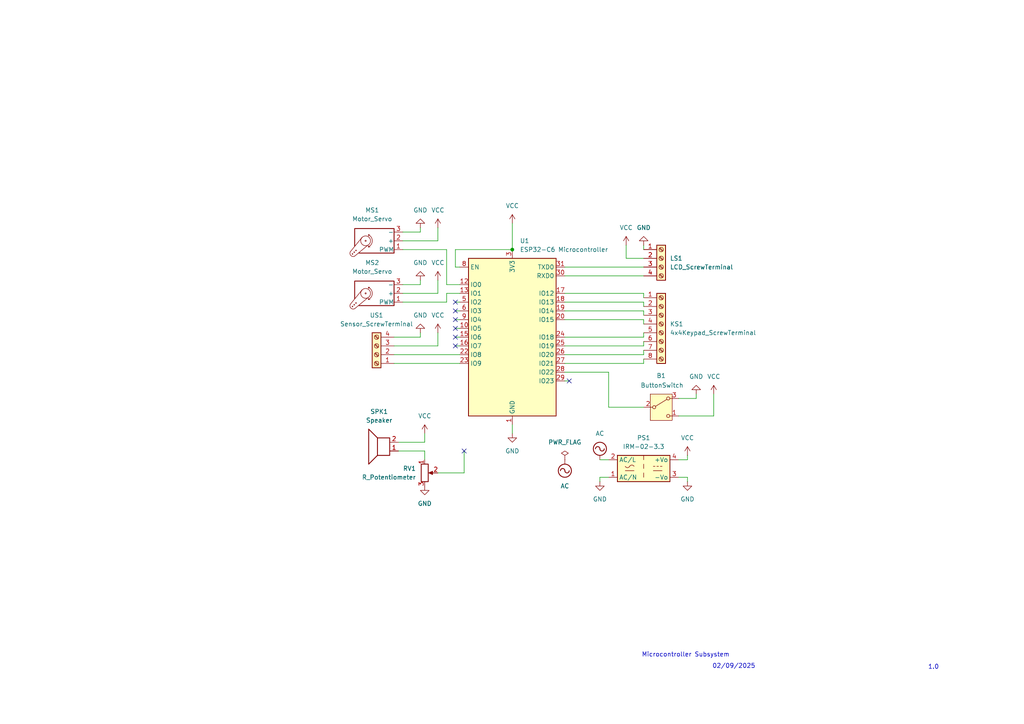
<source format=kicad_sch>
(kicad_sch (version 20231120) (generator "eeschema") (generator_version "8.0")
  (paper "A4")
  (lib_symbols
    (symbol "Connector:Screw_Terminal_01x04" (pin_names (offset 1.016) hide)
      (property "Reference" "J" (at 0 5.08 0))
      (property "Value" "Screw_Terminal_01x04" (at 0 -7.62 0))
      (symbol "Screw_Terminal_01x04_1_1"
        (rectangle (start -1.27 3.81) (end 1.27 -6.35) (stroke (width 0.254)) (fill (type background)))
        (circle (center 0 -5.08) (radius 0.635) (stroke (width 0.1524)))
        (circle (center 0 -2.54) (radius 0.635) (stroke (width 0.1524)))
        (polyline (pts (xy -0.5334 -4.7498) (xy 0.3302 -5.588)) (stroke (width 0.1524)))
        (polyline (pts (xy -0.5334 -2.2098) (xy 0.3302 -3.048)) (stroke (width 0.1524)))
        (polyline (pts (xy -0.5334 0.3302) (xy 0.3302 -0.508)) (stroke (width 0.1524)))
        (polyline (pts (xy -0.5334 2.8702) (xy 0.3302 2.032)) (stroke (width 0.1524)))
        (polyline (pts (xy -0.3556 -4.572) (xy 0.508 -5.4102)) (stroke (width 0.1524)))
        (polyline (pts (xy -0.3556 -2.032) (xy 0.508 -2.8702)) (stroke (width 0.1524)))
        (polyline (pts (xy -0.3556 0.508) (xy 0.508 -0.3302)) (stroke (width 0.1524)))
        (polyline (pts (xy -0.3556 3.048) (xy 0.508 2.2098)) (stroke (width 0.1524)))
        (circle (center 0 0) (radius 0.635) (stroke (width 0.1524)))
        (circle (center 0 2.54) (radius 0.635) (stroke (width 0.1524)))
        (pin passive line (at -5.08 2.54 0) (length 3.81) (name "Pin_1") (number "1"))
        (pin passive line (at -5.08 0 0) (length 3.81) (name "Pin_2") (number "2"))
        (pin passive line (at -5.08 -2.54 0) (length 3.81) (name "Pin_3") (number "3"))
        (pin passive line (at -5.08 -5.08 0) (length 3.81) (name "Pin_4") (number "4"))
      )
    )
    (symbol "Connector:Screw_Terminal_01x08" (pin_names (offset 1.016) hide)
      (property "Reference" "J" (at 0 10.16 0))
      (property "Value" "Screw_Terminal_01x08" (at 0 -12.7 0))
      (symbol "Screw_Terminal_01x08_1_1"
        (rectangle (start -1.27 8.89) (end 1.27 -11.43) (stroke (width 0.254)) (fill (type background)))
        (circle (center 0 -10.16) (radius 0.635) (stroke (width 0.1524)))
        (circle (center 0 -7.62) (radius 0.635) (stroke (width 0.1524)))
        (circle (center 0 -5.08) (radius 0.635) (stroke (width 0.1524)))
        (circle (center 0 -2.54) (radius 0.635) (stroke (width 0.1524)))
        (polyline (pts (xy -0.5334 -9.8298) (xy 0.3302 -10.668)) (stroke (width 0.1524)))
        (polyline (pts (xy -0.5334 -7.2898) (xy 0.3302 -8.128)) (stroke (width 0.1524)))
        (polyline (pts (xy -0.5334 -4.7498) (xy 0.3302 -5.588)) (stroke (width 0.1524)))
        (polyline (pts (xy -0.5334 -2.2098) (xy 0.3302 -3.048)) (stroke (width 0.1524)))
        (polyline (pts (xy -0.5334 0.3302) (xy 0.3302 -0.508)) (stroke (width 0.1524)))
        (polyline (pts (xy -0.5334 2.8702) (xy 0.3302 2.032)) (stroke (width 0.1524)))
        (polyline (pts (xy -0.5334 5.4102) (xy 0.3302 4.572)) (stroke (width 0.1524)))
        (polyline (pts (xy -0.5334 7.9502) (xy 0.3302 7.112)) (stroke (width 0.1524)))
        (polyline (pts (xy -0.3556 -9.652) (xy 0.508 -10.4902)) (stroke (width 0.1524)))
        (polyline (pts (xy -0.3556 -7.112) (xy 0.508 -7.9502)) (stroke (width 0.1524)))
        (polyline (pts (xy -0.3556 -4.572) (xy 0.508 -5.4102)) (stroke (width 0.1524)))
        (polyline (pts (xy -0.3556 -2.032) (xy 0.508 -2.8702)) (stroke (width 0.1524)))
        (polyline (pts (xy -0.3556 0.508) (xy 0.508 -0.3302)) (stroke (width 0.1524)))
        (polyline (pts (xy -0.3556 3.048) (xy 0.508 2.2098)) (stroke (width 0.1524)))
        (polyline (pts (xy -0.3556 5.588) (xy 0.508 4.7498)) (stroke (width 0.1524)))
        (polyline (pts (xy -0.3556 8.128) (xy 0.508 7.2898)) (stroke (width 0.1524)))
        (circle (center 0 0) (radius 0.635) (stroke (width 0.1524)))
        (circle (center 0 2.54) (radius 0.635) (stroke (width 0.1524)))
        (circle (center 0 5.08) (radius 0.635) (stroke (width 0.1524)))
        (circle (center 0 7.62) (radius 0.635) (stroke (width 0.1524)))
        (pin passive line (at -5.08 7.62 0) (length 3.81) (name "Pin_1") (number "1"))
        (pin passive line (at -5.08 5.08 0) (length 3.81) (name "Pin_2") (number "2"))
        (pin passive line (at -5.08 2.54 0) (length 3.81) (name "Pin_3") (number "3"))
        (pin passive line (at -5.08 0 0) (length 3.81) (name "Pin_4") (number "4"))
        (pin passive line (at -5.08 -2.54 0) (length 3.81) (name "Pin_5") (number "5"))
        (pin passive line (at -5.08 -5.08 0) (length 3.81) (name "Pin_6") (number "6"))
        (pin passive line (at -5.08 -7.62 0) (length 3.81) (name "Pin_7") (number "7"))
        (pin passive line (at -5.08 -10.16 0) (length 3.81) (name "Pin_8") (number "8"))
      )
    )
    (symbol "Converter_ACDC:IRM-02-3.3"
      (property "Reference" "PS" (at 0 5.08 0))
      (property "Value" "IRM-02-3.3" (at 0 -5.08 0))
      (symbol "IRM-02-3.3_0_1"
        (rectangle (start -7.62 3.81) (end 7.62 -3.81) (stroke (width 0.254)) (fill (type background)))
        (arc (start -5.334 0.635) (mid -4.699 0.2495) (end -4.064 0.635))
        (arc (start -2.794 0.635) (mid -3.429 1.0072) (end -4.064 0.635))
        (polyline (pts (xy -5.334 -0.635) (xy -2.794 -0.635)))
        (polyline (pts (xy 2.794 -0.635) (xy 5.334 -0.635)))
        (polyline (pts (xy 2.794 0.635) (xy 3.302 0.635)))
        (polyline (pts (xy 3.81 0.635) (xy 4.318 0.635)))
        (polyline (pts (xy 4.826 0.635) (xy 5.334 0.635)))
      )
      (symbol "IRM-02-3.3_1_1"
        (polyline (pts (xy 0 -1.27) (xy 0 -2.54)))
        (polyline (pts (xy 0 1.27) (xy 0 0)))
        (polyline (pts (xy 0 3.81) (xy 0 2.54)))
        (pin power_in line (at -10.16 -2.54 0) (length 2.54) (name "AC/N") (number "1"))
        (pin power_in line (at -10.16 2.54 0) (length 2.54) (name "AC/L") (number "2"))
        (pin power_out line (at 10.16 -2.54 180) (length 2.54) (name "-Vo") (number "3"))
        (pin power_out line (at 10.16 2.54 180) (length 2.54) (name "+Vo") (number "4"))
      )
    )
    (symbol "Device:R_Potentiometer" (pin_names (offset 1.016) hide)
      (property "Reference" "RV" (at -4.445 0 90))
      (property "Value" "R_Potentiometer" (at -2.54 0 90))
      (symbol "R_Potentiometer_0_1"
        (polyline (pts (xy 2.54 0) (xy 1.524 0)))
        (polyline (pts (xy 1.143 0) (xy 2.286 0.508) (xy 2.286 -0.508) (xy 1.143 0)) (fill (type outline)))
        (rectangle (start 1.016 2.54) (end -1.016 -2.54) (stroke (width 0.254)))
      )
      (symbol "R_Potentiometer_1_1"
        (pin passive line (at 0 3.81 270) (length 1.27) (name "1") (number "1"))
        (pin passive line (at 3.81 0 180) (length 1.27) (name "2") (number "2"))
        (pin passive line (at 0 -3.81 90) (length 1.27) (name "3") (number "3"))
      )
    )
    (symbol "Device:Speaker" (pin_names (offset 0) hide)
      (property "Reference" "LS" (at 1.27 5.715 0))
      (property "Value" "Speaker" (at 1.27 3.81 0))
      (symbol "Speaker_0_0"
        (rectangle (start -2.54 1.27) (end 1.016 -3.81) (stroke (width 0.254)))
        (polyline (pts (xy 1.016 1.27) (xy 3.556 3.81) (xy 3.556 -6.35) (xy 1.016 -3.81)) (stroke (width 0.254)))
      )
      (symbol "Speaker_1_1"
        (pin input line (at -5.08 0 0) (length 2.54) (name "1") (number "1"))
        (pin input line (at -5.08 -2.54 0) (length 2.54) (name "2") (number "2"))
      )
    )
    (symbol "Motor:Motor_Servo" (pin_names (offset 0.0254))
      (property "Reference" "M" (at -5.08 4.445 0))
      (property "Value" "Motor_Servo" (at -5.08 -4.064 0))
      (symbol "Motor_Servo_0_1"
        (polyline (pts (xy 2.413 -1.778) (xy 2.032 -1.778)))
        (polyline (pts (xy 2.413 -1.778) (xy 2.286 -1.397)))
        (polyline (pts (xy 2.413 1.778) (xy 1.905 1.778)))
        (polyline (pts (xy 2.413 1.778) (xy 2.286 1.397)))
        (polyline (pts (xy 6.35 4.445) (xy 2.54 1.27)))
        (polyline (pts (xy 7.62 3.175) (xy 4.191 -1.016)))
        (polyline (pts (xy 5.08 3.556) (xy -5.08 3.556) (xy -5.08 -3.556) (xy 6.35 -3.556) (xy 6.35 1.524)) (stroke (width 0.254)))
        (arc (start 2.413 1.778) (mid 1.2406 0) (end 2.413 -1.778))
        (circle (center 3.175 0) (radius 0.1778))
        (circle (center 3.175 0) (radius 1.4224))
        (circle (center 5.969 2.794) (radius 0.127))
        (circle (center 6.477 3.302) (radius 0.127))
        (circle (center 6.985 3.81) (radius 0.127))
        (arc (start 7.62 3.175) (mid 7.4485 4.2735) (end 6.35 4.445))
      )
      (symbol "Motor_Servo_1_1"
        (pin passive line (at -7.62 2.54 0) (length 2.54) (name "PWM") (number "1"))
        (pin passive line (at -7.62 0 0) (length 2.54) (name "+") (number "2"))
        (pin passive line (at -7.62 -2.54 0) (length 2.54) (name "-") (number "3"))
      )
    )
    (symbol "RF_Module:ESP32-C6-MINI-1"
      (property "Reference" "U" (at -11.43 24.13 0))
      (property "Value" "ESP32-C6-MINI-1" (at 12.7 24.13 0))
      (symbol "ESP32-C6-MINI-1_0_1"
        (rectangle (start -12.7 22.86) (end 12.7 -22.86) (stroke (width 0.254)) (fill (type background)))
      )
      (symbol "ESP32-C6-MINI-1_1_1"
        (pin power_in line (at 0 -25.4 90) (length 2.54) (name "GND") (number "1"))
        (pin bidirectional line (at -15.24 2.54 0) (length 2.54) (name "IO5") (number "10"))
        (pin passive line (at 0 -25.4 90) (length 2.54) hide (name "GND") (number "11"))
        (pin bidirectional line (at -15.24 15.24 0) (length 2.54) (name "IO0") (number "12"))
        (pin bidirectional line (at -15.24 12.7 0) (length 2.54) (name "IO1") (number "13"))
        (pin passive line (at 0 -25.4 90) (length 2.54) hide (name "GND") (number "14"))
        (pin bidirectional line (at -15.24 0 0) (length 2.54) (name "IO6") (number "15"))
        (pin bidirectional line (at -15.24 -2.54 0) (length 2.54) (name "IO7") (number "16"))
        (pin bidirectional line (at 15.24 12.7 180) (length 2.54) (name "IO12") (number "17"))
        (pin bidirectional line (at 15.24 10.16 180) (length 2.54) (name "IO13") (number "18"))
        (pin bidirectional line (at 15.24 7.62 180) (length 2.54) (name "IO14") (number "19"))
        (pin passive line (at 0 -25.4 90) (length 2.54) hide (name "GND") (number "2"))
        (pin bidirectional line (at 15.24 5.08 180) (length 2.54) (name "IO15") (number "20"))
        (pin no_connect line (at 12.7 -20.32 180) (length 2.54) hide (name "NC") (number "21"))
        (pin bidirectional line (at -15.24 -5.08 0) (length 2.54) (name "IO8") (number "22"))
        (pin bidirectional line (at -15.24 -7.62 0) (length 2.54) (name "IO9") (number "23"))
        (pin bidirectional line (at 15.24 0 180) (length 2.54) (name "IO18") (number "24"))
        (pin bidirectional line (at 15.24 -2.54 180) (length 2.54) (name "IO19") (number "25"))
        (pin bidirectional line (at 15.24 -5.08 180) (length 2.54) (name "IO20") (number "26"))
        (pin bidirectional line (at 15.24 -7.62 180) (length 2.54) (name "IO21") (number "27"))
        (pin bidirectional line (at 15.24 -10.16 180) (length 2.54) (name "IO22") (number "28"))
        (pin bidirectional line (at 15.24 -12.7 180) (length 2.54) (name "IO23") (number "29"))
        (pin power_in line (at 0 25.4 270) (length 2.54) (name "3V3") (number "3"))
        (pin bidirectional line (at 15.24 17.78 180) (length 2.54) (name "RXD0") (number "30"))
        (pin bidirectional line (at 15.24 20.32 180) (length 2.54) (name "TXD0") (number "31"))
        (pin no_connect line (at -12.7 -12.7 0) (length 2.54) hide (name "NC") (number "32"))
        (pin no_connect line (at -12.7 -15.24 0) (length 2.54) hide (name "NC") (number "33"))
        (pin no_connect line (at -12.7 -17.78 0) (length 2.54) hide (name "NC") (number "34"))
        (pin no_connect line (at -12.7 -20.32 0) (length 2.54) hide (name "NC") (number "35"))
        (pin passive line (at 0 -25.4 90) (length 2.54) hide (name "GND") (number "36"))
        (pin passive line (at 0 -25.4 90) (length 2.54) hide (name "GND") (number "37"))
        (pin passive line (at 0 -25.4 90) (length 2.54) hide (name "GND") (number "38"))
        (pin passive line (at 0 -25.4 90) (length 2.54) hide (name "GND") (number "39"))
        (pin no_connect line (at 12.7 -15.24 180) (length 2.54) hide (name "NC") (number "4"))
        (pin passive line (at 0 -25.4 90) (length 2.54) hide (name "GND") (number "40"))
        (pin passive line (at 0 -25.4 90) (length 2.54) hide (name "GND") (number "41"))
        (pin passive line (at 0 -25.4 90) (length 2.54) hide (name "GND") (number "42"))
        (pin passive line (at 0 -25.4 90) (length 2.54) hide (name "GND") (number "43"))
        (pin passive line (at 0 -25.4 90) (length 2.54) hide (name "GND") (number "44"))
        (pin passive line (at 0 -25.4 90) (length 2.54) hide (name "GND") (number "45"))
        (pin passive line (at 0 -25.4 90) (length 2.54) hide (name "GND") (number "46"))
        (pin passive line (at 0 -25.4 90) (length 2.54) hide (name "GND") (number "47"))
        (pin passive line (at 0 -25.4 90) (length 2.54) hide (name "GND") (number "48"))
        (pin passive line (at 0 -25.4 90) (length 2.54) hide (name "GND") (number "49"))
        (pin bidirectional line (at -15.24 10.16 0) (length 2.54) (name "IO2") (number "5"))
        (pin passive line (at 0 -25.4 90) (length 2.54) hide (name "GND") (number "50"))
        (pin passive line (at 0 -25.4 90) (length 2.54) hide (name "GND") (number "51"))
        (pin passive line (at 0 -25.4 90) (length 2.54) hide (name "GND") (number "52"))
        (pin passive line (at 0 -25.4 90) (length 2.54) hide (name "GND") (number "53"))
        (pin bidirectional line (at -15.24 7.62 0) (length 2.54) (name "IO3") (number "6"))
        (pin no_connect line (at 12.7 -17.78 180) (length 2.54) hide (name "NC") (number "7"))
        (pin input line (at -15.24 20.32 0) (length 2.54) (name "EN") (number "8"))
        (pin bidirectional line (at -15.24 5.08 0) (length 2.54) (name "IO4") (number "9"))
      )
    )
    (symbol "Switch:SW_Nidec_CAS-120A1" (pin_names (offset 1) hide)
      (property "Reference" "SW" (at 0 4.318 0))
      (property "Value" "SW_Nidec_CAS-120A1" (at 0 -5.08 0))
      (symbol "SW_Nidec_CAS-120A1_0_1"
        (circle (center -2.032 0) (radius 0.4572))
        (polyline (pts (xy -1.651 0.254) (xy 1.651 2.286)))
        (circle (center 2.032 -2.54) (radius 0.4572))
        (circle (center 2.032 2.54) (radius 0.4572))
      )
      (symbol "SW_Nidec_CAS-120A1_1_1"
        (rectangle (start -3.175 3.81) (end 3.175 -3.81) (fill (type background)))
        (pin passive line (at 5.08 -2.54 180) (length 2.54) (name "C") (number "1"))
        (pin passive line (at -5.08 0 0) (length 2.54) (name "B") (number "2"))
        (pin passive line (at 5.08 2.54 180) (length 2.54) (name "A") (number "3"))
      )
    )
    (symbol "power:AC" (power) (pin_numbers hide) (pin_names (offset 0) hide)
      (property "Value" "AC" (at 0 6.35 0))
      (symbol "AC_0_1"
        (polyline (pts (xy 0 0) (xy 0 1.27)))
        (arc (start 0 3.175) (mid -0.635 3.8073) (end -1.27 3.175) (stroke (width 0.254)))
        (arc (start 0 3.175) (mid 0.635 2.5427) (end 1.27 3.175) (stroke (width 0.254)))
        (circle (center 0 3.175) (radius 1.905) (stroke (width 0.254)))
      )
      (symbol "AC_1_1"
        (pin power_in line (at 0 0 90) (length 0) (name "~") (number "1"))
      )
    )
    (symbol "power:GND" (power) (pin_numbers hide) (pin_names (offset 0) hide)
      (property "Value" "GND" (at 0 -3.81 0))
      (symbol "GND_0_1"
        (polyline (pts (xy 0 0) (xy 0 -1.27) (xy 1.27 -1.27) (xy 0 -2.54) (xy -1.27 -1.27) (xy 0 -1.27)))
      )
      (symbol "GND_1_1"
        (pin power_in line (at 0 0 270) (length 0) (name "~") (number "1"))
      )
    )
    (symbol "power:PWR_FLAG" (power) (pin_numbers hide) (pin_names (offset 0) hide)
      (property "Value" "PWR_FLAG" (at 0 3.81 0))
      (symbol "PWR_FLAG_0_0"
        (pin power_out line (at 0 0 90) (length 0) (name "~") (number "1"))
      )
      (symbol "PWR_FLAG_0_1"
        (polyline (pts (xy 0 0) (xy 0 1.27) (xy -1.016 1.905) (xy 0 2.54) (xy 1.016 1.905) (xy 0 1.27)))
      )
    )
    (symbol "power:VCC" (power) (pin_numbers hide) (pin_names (offset 0) hide)
      (property "Value" "VCC" (at 0 3.556 0))
      (symbol "VCC_0_1"
        (polyline (pts (xy -0.762 1.27) (xy 0 2.54)))
        (polyline (pts (xy 0 0) (xy 0 2.54)))
        (polyline (pts (xy 0 2.54) (xy 0.762 1.27)))
      )
      (symbol "VCC_1_1"
        (pin power_in line (at 0 0 90) (length 0) (name "~") (number "1"))
      )
    )
  )
  (junction (at 148.59 72.39))
  (no_connect (at 134.62 130.81))
  (no_connect (at 132.08 100.33))
  (no_connect (at 132.08 87.63))
  (no_connect (at 132.08 97.79))
  (no_connect (at 132.08 90.17))
  (no_connect (at 165.1 110.49))
  (no_connect (at 132.08 95.25))
  (no_connect (at 132.08 92.71))
  (wire (pts (xy 176.53 107.95) (xy 163.83 107.95)))
  (wire (pts (xy 163.83 80.01) (xy 186.69 80.01)))
  (wire (pts (xy 186.69 100.33) (xy 186.69 99.06)))
  (wire (pts (xy 127 66.04) (xy 127 69.85)))
  (wire (pts (xy 163.83 90.17) (xy 186.69 90.17)))
  (wire (pts (xy 127 100.33) (xy 114.3 100.33)))
  (wire (pts (xy 196.85 120.65) (xy 207.01 120.65)))
  (wire (pts (xy 163.83 102.87) (xy 186.69 102.87)))
  (wire (pts (xy 196.85 115.57) (xy 201.93 115.57)))
  (wire (pts (xy 132.08 72.39) (xy 132.08 77.47)))
  (wire (pts (xy 163.83 77.47) (xy 186.69 77.47)))
  (wire (pts (xy 163.83 110.49) (xy 165.1 110.49)))
  (wire (pts (xy 199.39 138.43) (xy 199.39 139.7)))
  (wire (pts (xy 176.53 133.35) (xy 173.99 133.35)))
  (wire (pts (xy 116.84 82.55) (xy 121.92 82.55)))
  (wire (pts (xy 196.85 138.43) (xy 199.39 138.43)))
  (wire (pts (xy 132.08 92.71) (xy 133.35 92.71)))
  (wire (pts (xy 132.08 95.25) (xy 133.35 95.25)))
  (wire (pts (xy 133.35 82.55) (xy 129.54 82.55)))
  (wire (pts (xy 133.35 77.47) (xy 132.08 77.47)))
  (wire (pts (xy 127 96.52) (xy 127 100.33)))
  (wire (pts (xy 148.59 64.77) (xy 148.59 72.39)))
  (wire (pts (xy 181.61 71.12) (xy 181.61 74.93)))
  (wire (pts (xy 186.69 105.41) (xy 186.69 104.14)))
  (wire (pts (xy 176.53 118.11) (xy 176.53 107.95)))
  (wire (pts (xy 123.19 130.81) (xy 123.19 133.35)))
  (wire (pts (xy 123.19 128.27) (xy 123.19 125.73)))
  (wire (pts (xy 186.69 87.63) (xy 186.69 88.9)))
  (wire (pts (xy 129.54 85.09) (xy 129.54 87.63)))
  (wire (pts (xy 163.83 105.41) (xy 186.69 105.41)))
  (wire (pts (xy 129.54 72.39) (xy 116.84 72.39)))
  (wire (pts (xy 132.08 97.79) (xy 133.35 97.79)))
  (wire (pts (xy 115.57 128.27) (xy 123.19 128.27)))
  (wire (pts (xy 186.69 85.09) (xy 186.69 86.36)))
  (wire (pts (xy 114.3 102.87) (xy 133.35 102.87)))
  (wire (pts (xy 186.69 102.87) (xy 186.69 101.6)))
  (wire (pts (xy 132.08 90.17) (xy 133.35 90.17)))
  (wire (pts (xy 133.35 85.09) (xy 129.54 85.09)))
  (wire (pts (xy 121.92 66.04) (xy 121.92 67.31)))
  (wire (pts (xy 163.83 97.79) (xy 186.69 97.79)))
  (wire (pts (xy 127 137.16) (xy 134.62 137.16)))
  (wire (pts (xy 116.84 85.09) (xy 127 85.09)))
  (wire (pts (xy 114.3 105.41) (xy 133.35 105.41)))
  (wire (pts (xy 181.61 74.93) (xy 186.69 74.93)))
  (wire (pts (xy 163.83 92.71) (xy 186.69 92.71)))
  (wire (pts (xy 176.53 138.43) (xy 173.99 138.43)))
  (wire (pts (xy 132.08 87.63) (xy 133.35 87.63)))
  (wire (pts (xy 148.59 123.19) (xy 148.59 125.73)))
  (wire (pts (xy 163.83 87.63) (xy 186.69 87.63)))
  (wire (pts (xy 201.93 115.57) (xy 201.93 114.3)))
  (wire (pts (xy 207.01 120.65) (xy 207.01 114.3)))
  (wire (pts (xy 129.54 82.55) (xy 129.54 72.39)))
  (wire (pts (xy 148.59 72.39) (xy 132.08 72.39)))
  (wire (pts (xy 186.69 92.71) (xy 186.69 93.98)))
  (wire (pts (xy 186.69 90.17) (xy 186.69 91.44)))
  (wire (pts (xy 186.69 72.39) (xy 186.69 71.12)))
  (wire (pts (xy 176.53 118.11) (xy 186.69 118.11)))
  (wire (pts (xy 121.92 97.79) (xy 121.92 96.52)))
  (wire (pts (xy 121.92 81.28) (xy 121.92 82.55)))
  (wire (pts (xy 115.57 130.81) (xy 123.19 130.81)))
  (wire (pts (xy 116.84 67.31) (xy 121.92 67.31)))
  (wire (pts (xy 114.3 97.79) (xy 121.92 97.79)))
  (wire (pts (xy 163.83 85.09) (xy 186.69 85.09)))
  (wire (pts (xy 196.85 133.35) (xy 199.39 133.35)))
  (wire (pts (xy 127 81.28) (xy 127 85.09)))
  (wire (pts (xy 134.62 130.81) (xy 134.62 137.16)))
  (wire (pts (xy 186.69 97.79) (xy 186.69 96.52)))
  (wire (pts (xy 163.83 100.33) (xy 186.69 100.33)))
  (wire (pts (xy 173.99 138.43) (xy 173.99 139.7)))
  (wire (pts (xy 199.39 132.08) (xy 199.39 133.35)))
  (wire (pts (xy 129.54 87.63) (xy 116.84 87.63)))
  (wire (pts (xy 116.84 69.85) (xy 127 69.85)))
  (wire (pts (xy 132.08 100.33) (xy 133.35 100.33)))
  (text "02/09/2025" (at 212.852 193.294 0) (effects (font (size 1.27 1.27))))
  (text "1.0" (at 270.764 193.548 0) (effects (font (size 1.27 1.27))))
  (text "Microcontroller Subsystem\n" (at 198.882 189.992 0) (effects (font (size 1.27 1.27))))
  (symbol (lib_id "power:GND") (at 121.92 96.52 180) (unit 1)
    (property "Reference" "#PWR013" (effects (hide yes)))
    (property "Value" "GND" (at 121.92 91.44 0))
    (property "Description" "Power symbol creates a global label with name \"GND\" , ground" (effects (hide yes)))
  )
  (symbol (lib_id "power:GND") (at 123.19 140.97 0) (unit 1)
    (property "Reference" "#PWR015" (effects (hide yes)))
    (property "Value" "GND" (at 123.19 146.05 0))
    (property "Description" "Power symbol creates a global label with name \"GND\" , ground" (effects (hide yes)))
  )
  (symbol (lib_id "Connector:Screw_Terminal_01x04") (at 191.77 74.93 0) (unit 1)
    (property "Reference" "LS1" (at 194.31 74.9299 0) (effects (justify left)))
    (property "Value" "LCD_ScrewTerminal" (at 194.31 77.4699 0) (effects (justify left)))
    (property "Footprint" "TerminalBlock:TerminalBlock_Altech_AK300-4_P5.00mm" (effects (hide yes)))
    (property "Description" "Generic screw terminal, single row, 01x04, script generated (kicad-library-utils/schlib/autogen/connector/)" (effects (hide yes)))
  )
  (symbol (lib_id "power:VCC") (at 127 81.28 0) (unit 1)
    (property "Reference" "#PWR012" (effects (hide yes)))
    (property "Value" "VCC" (at 127 76.2 0))
    (property "Description" "Power symbol creates a global label with name \"VCC\"" (effects (hide yes)))
  )
  (symbol (lib_id "power:GND") (at 121.92 66.04 180) (unit 1)
    (property "Reference" "#PWR09" (effects (hide yes)))
    (property "Value" "GND" (at 121.92 60.96 0))
    (property "Description" "Power symbol creates a global label with name \"GND\" , ground" (effects (hide yes)))
  )
  (symbol (lib_id "power:AC") (at 163.83 133.35 180) (unit 1)
    (property "Reference" "#PWR019" (effects (hide yes)))
    (property "Value" "AC" (at 163.83 140.97 0))
    (property "Description" "Power symbol creates a global label with name \"AC\"" (effects (hide yes)))
  )
  (symbol (lib_id "power:GND") (at 199.39 139.7 0) (unit 1)
    (property "Reference" "#PWR03" (effects (hide yes)))
    (property "Value" "GND" (at 199.39 144.78 0))
    (property "Description" "Power symbol creates a global label with name \"GND\" , ground" (effects (hide yes)))
  )
  (symbol (lib_id "Device:R_Potentiometer") (at 123.19 137.16 0) (unit 1)
    (property "Reference" "RV1" (at 120.65 135.8899 0) (effects (justify right)))
    (property "Value" "R_Potentiometer" (at 120.65 138.4299 0) (effects (justify right)))
    (property "Footprint" "Potentiometer_SMD:Potentiometer_ACP_CA6-VSMD_Vertical" (effects (hide yes)))
    (property "Description" "Potentiometer" (effects (hide yes)))
  )
  (symbol (lib_id "RF_Module:ESP32-C6-MINI-1") (at 148.59 97.79 0) (unit 1)
    (property "Reference" "U1" (at 150.7841 69.85 0) (effects (justify left)))
    (property "Value" "ESP32-C6 Microcontroller" (at 150.7841 72.39 0) (effects (justify left)))
    (property "Footprint" "RF_Module:ESP32-C6-MINI-1" (effects (hide yes)))
    (property "Datasheet" "https://www.espressif.com/sites/default/files/documentation/esp32-c6-mini-1_mini-1u_datasheet_en.pdf" (effects (hide yes)))
    (property "Description" "RF Module, ESP32-C6 SoC, Wi-Fi 802.11b/g/n/ax, Bluetooth, BLE, Zigbee, Thread, 32-bit, 3.3V, SMD, onboard antenna" (effects (hide yes)))
  )
  (symbol (lib_id "Connector:Screw_Terminal_01x04") (at 109.22 102.87 180) (unit 1)
    (property "Reference" "US1" (at 109.22 91.44 0))
    (property "Value" "Sensor_ScrewTerminal" (at 109.22 93.98 0))
    (property "Footprint" "TerminalBlock:TerminalBlock_Altech_AK300-4_P5.00mm" (effects (hide yes)))
    (property "Description" "Generic screw terminal, single row, 01x04, script generated (kicad-library-utils/schlib/autogen/connector/)" (effects (hide yes)))
  )
  (symbol (lib_id "power:GND") (at 121.92 81.28 180) (unit 1)
    (property "Reference" "#PWR010" (effects (hide yes)))
    (property "Value" "GND" (at 121.92 76.2 0))
    (property "Description" "Power symbol creates a global label with name \"GND\" , ground" (effects (hide yes)))
  )
  (symbol (lib_id "power:GND") (at 173.99 139.7 0) (unit 1)
    (property "Reference" "#PWR017" (effects (hide yes)))
    (property "Value" "GND" (at 173.99 144.78 0))
    (property "Description" "Power symbol creates a global label with name \"GND\" , ground" (effects (hide yes)))
  )
  (symbol (lib_id "power:VCC") (at 148.59 64.77 0) (unit 1)
    (property "Reference" "#PWR02" (effects (hide yes)))
    (property "Value" "VCC" (at 148.59 59.69 0))
    (property "Description" "Power symbol creates a global label with name \"VCC\"" (effects (hide yes)))
  )
  (symbol (lib_id "power:GND") (at 186.69 71.12 180) (unit 1)
    (property "Reference" "#PWR05" (effects (hide yes)))
    (property "Value" "GND" (at 186.69 66.04 0))
    (property "Description" "Power symbol creates a global label with name \"GND\" , ground" (effects (hide yes)))
  )
  (symbol (lib_id "Device:Speaker") (at 110.49 130.81 180) (unit 1)
    (property "Reference" "SPK1" (at 109.982 119.38 0))
    (property "Value" "Speaker" (at 109.982 121.92 0))
    (property "Footprint" "Buzzer_Beeper:Speaker_CUI_CMR-1206S-67" (effects (hide yes)))
    (property "Description" "Speaker" (effects (hide yes)))
  )
  (symbol (lib_id "power:GND") (at 148.59 125.73 0) (unit 1)
    (property "Reference" "#PWR01" (effects (hide yes)))
    (property "Value" "GND" (at 148.59 130.81 0))
    (property "Description" "Power symbol creates a global label with name \"GND\" , ground" (effects (hide yes)))
  )
  (symbol (lib_id "power:GND") (at 201.93 114.3 180) (unit 1)
    (property "Reference" "#PWR07" (effects (hide yes)))
    (property "Value" "GND" (at 201.93 109.22 0))
    (property "Description" "Power symbol creates a global label with name \"GND\" , ground" (effects (hide yes)))
  )
  (symbol (lib_id "power:AC") (at 173.99 133.35 0) (unit 1)
    (property "Reference" "#PWR018" (effects (hide yes)))
    (property "Value" "AC" (at 173.99 125.73 0))
    (property "Description" "Power symbol creates a global label with name \"AC\"" (effects (hide yes)))
  )
  (symbol (lib_id "power:PWR_FLAG") (at 163.83 133.35 0) (unit 1)
    (property "Reference" "#FLG01" (effects (hide yes)))
    (property "Value" "PWR_FLAG" (at 163.83 128.27 0))
    (property "Description" "Special symbol for telling ERC where power comes from" (effects (hide yes)))
  )
  (symbol (lib_id "power:VCC") (at 199.39 132.08 0) (unit 1)
    (property "Reference" "#PWR04" (effects (hide yes)))
    (property "Value" "VCC" (at 199.39 127 0))
    (property "Description" "Power symbol creates a global label with name \"VCC\"" (effects (hide yes)))
  )
  (symbol (lib_id "Motor:Motor_Servo") (at 109.22 85.09 180) (unit 1)
    (property "Reference" "MS2" (at 107.9611 76.2 0))
    (property "Value" "Motor_Servo" (at 107.9611 78.74 0))
    (property "Footprint" "MountingEquipment:DINRailAdapter_3xM3_PhoenixContact_1201578" (effects (hide yes)))
    (property "Datasheet" "http://forums.parallax.com/uploads/attachments/46831/74481.png" (effects (hide yes)))
    (property "Description" "Servo Motor (Futaba, HiTec, JR connector)" (effects (hide yes)))
  )
  (symbol (lib_id "power:VCC") (at 127 66.04 0) (unit 1)
    (property "Reference" "#PWR011" (effects (hide yes)))
    (property "Value" "VCC" (at 127 60.96 0))
    (property "Description" "Power symbol creates a global label with name \"VCC\"" (effects (hide yes)))
  )
  (symbol (lib_id "power:VCC") (at 207.01 114.3 0) (unit 1)
    (property "Reference" "#PWR08" (effects (hide yes)))
    (property "Value" "VCC" (at 207.01 109.22 0))
    (property "Description" "Power symbol creates a global label with name \"VCC\"" (effects (hide yes)))
  )
  (symbol (lib_id "power:VCC") (at 127 96.52 0) (unit 1)
    (property "Reference" "#PWR014" (effects (hide yes)))
    (property "Value" "VCC" (at 127 91.44 0))
    (property "Description" "Power symbol creates a global label with name \"VCC\"" (effects (hide yes)))
  )
  (symbol (lib_id "Converter_ACDC:IRM-02-3.3") (at 186.69 135.89 0) (unit 1)
    (property "Reference" "PS1" (at 186.69 127 0))
    (property "Value" "IRM-02-3.3" (at 186.69 129.54 0))
    (property "Footprint" "Converter_ACDC:Converter_ACDC_MeanWell_IRM-02-xx_THT" (effects (hide yes)))
    (property "Datasheet" "https://www.meanwell.com/Upload/PDF/IRM-02/IRM-02-SPEC.PDF" (effects (hide yes)))
    (property "Description" "3.3V, 600mA, 2W, Isolated, AC-DC, IRM02" (effects (hide yes)))
  )
  (symbol (lib_id "Motor:Motor_Servo") (at 109.22 69.85 180) (unit 1)
    (property "Reference" "MS1" (at 107.9611 60.96 0))
    (property "Value" "Motor_Servo" (at 107.9611 63.5 0))
    (property "Footprint" "MountingEquipment:DINRailAdapter_3xM3_PhoenixContact_1201578" (effects (hide yes)))
    (property "Datasheet" "http://forums.parallax.com/uploads/attachments/46831/74481.png" (effects (hide yes)))
    (property "Description" "Servo Motor (Futaba, HiTec, JR connector)" (effects (hide yes)))
  )
  (symbol (lib_id "Connector:Screw_Terminal_01x08") (at 191.77 93.98 0) (unit 1)
    (property "Reference" "KS1" (at 194.31 93.9799 0) (effects (justify left)))
    (property "Value" "4x4Keypad_ScrewTerminal" (at 194.31 96.5199 0) (effects (justify left)))
    (property "Footprint" "TerminalBlock:TerminalBlock_MaiXu_MX126-5.0-08P_1x08_P5.00mm" (effects (hide yes)))
    (property "Description" "Generic screw terminal, single row, 01x08, script generated (kicad-library-utils/schlib/autogen/connector/)" (effects (hide yes)))
  )
  (symbol (lib_id "power:VCC") (at 181.61 71.12 0) (unit 1)
    (property "Reference" "#PWR06" (effects (hide yes)))
    (property "Value" "VCC" (at 181.61 66.04 0))
    (property "Description" "Power symbol creates a global label with name \"VCC\"" (effects (hide yes)))
  )
  (symbol (lib_id "Switch:SW_Nidec_CAS-120A1") (at 191.77 118.11 0) (unit 1)
    (property "Reference" "B1" (at 191.77 108.966 0))
    (property "Value" "ButtonSwitch" (at 192.024 111.76 0))
    (property "Footprint" "Button_Switch_SMD:Nidec_Copal_CAS-120A" (effects (hide yes)))
    (property "Datasheet" "https://www.nidec-components.com/e/catalog/switch/cas.pdf" (effects (hide yes)))
    (property "Description" "Switch, single pole double throw" (effects (hide yes)))
  )
  (symbol (lib_id "power:VCC") (at 123.19 125.73 0) (unit 1)
    (property "Reference" "#PWR016" (effects (hide yes)))
    (property "Value" "VCC" (at 123.19 120.65 0))
    (property "Description" "Power symbol creates a global label with name \"VCC\"" (effects (hide yes)))
  )
)
</source>
